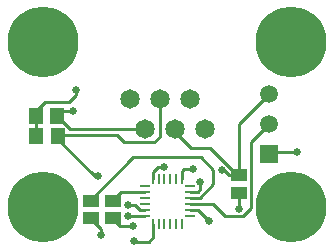
<source format=gtl>
G04*
G04 #@! TF.GenerationSoftware,Altium Limited,Altium Designer,18.0.7 (293)*
G04*
G04 Layer_Physical_Order=1*
G04 Layer_Color=255*
%FSLAX25Y25*%
%MOIN*%
G70*
G01*
G75*
%ADD12C,0.01000*%
%ADD14O,0.00984X0.03543*%
%ADD15O,0.03543X0.00984*%
%ADD16R,0.04724X0.05512*%
%ADD17R,0.05512X0.04331*%
%ADD28C,0.06500*%
%ADD29R,0.05906X0.05906*%
%ADD30C,0.05906*%
%ADD31C,0.23622*%
%ADD32C,0.02500*%
D12*
X17126Y37795D02*
X38189D01*
X17126D02*
X30905Y24016D01*
X44094Y2264D02*
X48819D01*
X11221Y37795D02*
Y45866D01*
X83071Y13386D02*
Y35471D01*
X79134Y24409D02*
Y41534D01*
X51968Y27165D02*
X51969Y27165D01*
X51968Y27165D02*
X53937D01*
X66154Y30303D02*
X70472Y25984D01*
X29528Y16142D02*
X43689Y30303D01*
X66154D01*
X50197Y25394D02*
X51969Y27165D01*
X60039Y23228D02*
Y25787D01*
X60630Y26378D01*
X63779D01*
X50197Y23228D02*
Y25394D01*
X22795Y39803D02*
X47618D01*
X18406Y44193D02*
X22795Y39803D01*
X18406Y44193D02*
X19882Y45669D01*
X65158Y18701D02*
X66142Y19685D01*
X62598Y18701D02*
X65158D01*
X66142Y19685D02*
Y22047D01*
X33071Y4331D02*
Y6299D01*
X29528Y9843D02*
X33071Y6299D01*
X28346Y9843D02*
X29528D01*
X24803Y51181D02*
Y52756D01*
X22441Y48819D02*
X24803Y51181D01*
X14173Y48819D02*
X22441D01*
X11221Y45866D02*
X14173Y48819D01*
X30905Y24016D02*
X31890D01*
X38189Y37795D02*
X40531Y35453D01*
X39567Y18701D02*
X47638D01*
X37008Y16142D02*
X39567Y18701D01*
X37008Y9843D02*
X39370Y7480D01*
X43701D01*
X42126Y14567D02*
X44193D01*
X45965Y12795D01*
X42126Y10630D02*
Y10728D01*
X42224Y10827D01*
X47638D01*
X80327Y10642D02*
X83071Y13386D01*
X74397Y10642D02*
X80327D01*
X70276Y14764D02*
X74397Y10642D01*
X62598Y14764D02*
X70276D01*
X19882Y45669D02*
X23622D01*
X52618Y37264D02*
Y49803D01*
X50807Y35453D02*
X52618Y37264D01*
X40531Y35453D02*
X50807D01*
X69094Y9055D02*
Y9154D01*
X62598Y16732D02*
X65846D01*
X65453Y12795D02*
X69094Y9154D01*
X62598Y12795D02*
X65453D01*
X48819Y2264D02*
X50197Y3642D01*
Y8268D01*
X57618Y38838D02*
Y39803D01*
Y38838D02*
X62992Y33465D01*
X69291D01*
X45965Y12795D02*
X47638D01*
X78347Y24409D02*
X79134D01*
X69291Y33465D02*
X78347Y24409D01*
X79134Y12992D02*
Y18110D01*
X75591Y24409D02*
X78347D01*
X74016Y25984D02*
X75591Y24409D01*
X73228Y25984D02*
X74016D01*
X65846Y16732D02*
X70472Y21358D01*
Y25984D01*
X91496Y32283D02*
X98425D01*
X90551Y31339D02*
X91496Y32283D01*
X83071Y35471D02*
X89000Y41400D01*
X79134Y41534D02*
X89000Y51400D01*
D14*
X50197Y8268D02*
D03*
X52165D02*
D03*
X54134D02*
D03*
X56102D02*
D03*
X58071D02*
D03*
X60039D02*
D03*
Y23228D02*
D03*
X58071D02*
D03*
X56102D02*
D03*
X54134D02*
D03*
X52165D02*
D03*
X50197D02*
D03*
D15*
X62598Y10827D02*
D03*
Y12795D02*
D03*
Y14764D02*
D03*
Y16732D02*
D03*
Y18701D02*
D03*
Y20669D02*
D03*
X47638D02*
D03*
Y18701D02*
D03*
Y16732D02*
D03*
Y14764D02*
D03*
Y12795D02*
D03*
Y10827D02*
D03*
D16*
X11319Y44193D02*
D03*
X18406D02*
D03*
X11417Y37402D02*
D03*
X18504D02*
D03*
D17*
X37008Y15945D02*
D03*
Y10039D02*
D03*
X29528Y10039D02*
D03*
Y15945D02*
D03*
X79134Y18504D02*
D03*
Y24409D02*
D03*
D28*
X42618Y49803D02*
D03*
X52618D02*
D03*
X62618D02*
D03*
X47618Y39803D02*
D03*
X57618D02*
D03*
X67618D02*
D03*
D29*
X89000Y31400D02*
D03*
D30*
Y41400D02*
D03*
Y51400D02*
D03*
D31*
X13780Y13780D02*
D03*
X96457Y68898D02*
D03*
X13780D02*
D03*
X96457Y13780D02*
D03*
D32*
X53937Y27165D02*
D03*
X66142Y22047D02*
D03*
X44094Y2362D02*
D03*
X33071Y4331D02*
D03*
X24803Y52756D02*
D03*
X31890Y24016D02*
D03*
X43701Y7480D02*
D03*
X42126Y14567D02*
D03*
Y10630D02*
D03*
X23622Y45669D02*
D03*
X98425Y32283D02*
D03*
X69094Y9154D02*
D03*
X79134Y12992D02*
D03*
X73228Y25984D02*
D03*
X63779Y26378D02*
D03*
M02*

</source>
